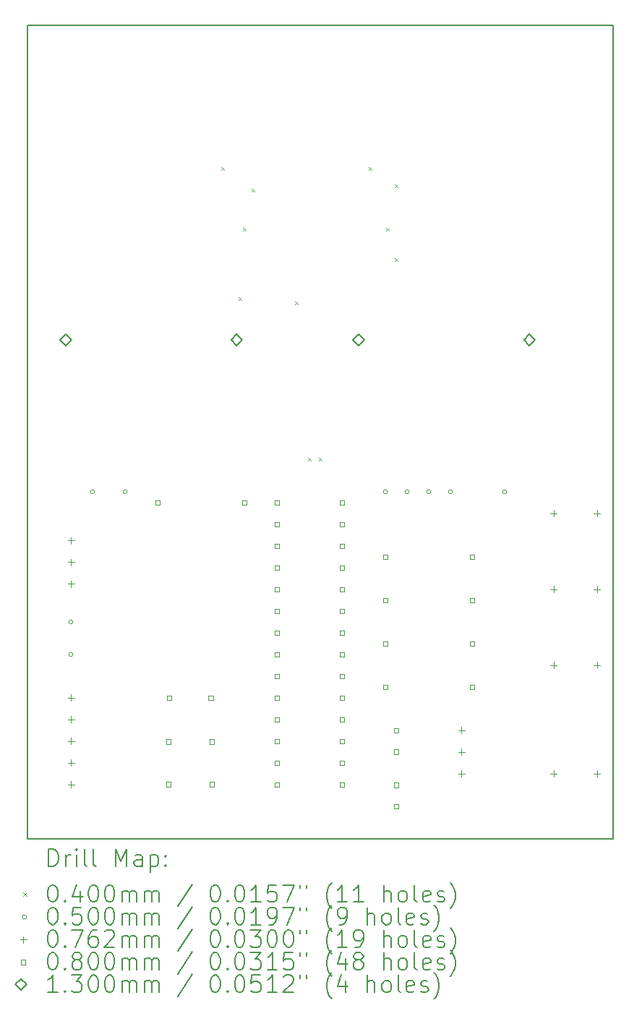
<source format=gbr>
%TF.GenerationSoftware,KiCad,Pcbnew,(6.0.7)*%
%TF.CreationDate,2022-08-10T19:12:16+02:00*%
%TF.ProjectId,MAKE_PCB,4d414b45-5f50-4434-922e-6b696361645f,rev?*%
%TF.SameCoordinates,Original*%
%TF.FileFunction,Drillmap*%
%TF.FilePolarity,Positive*%
%FSLAX45Y45*%
G04 Gerber Fmt 4.5, Leading zero omitted, Abs format (unit mm)*
G04 Created by KiCad (PCBNEW (6.0.7)) date 2022-08-10 19:12:16*
%MOMM*%
%LPD*%
G01*
G04 APERTURE LIST*
%ADD10C,0.200000*%
%ADD11C,0.040000*%
%ADD12C,0.050000*%
%ADD13C,0.076200*%
%ADD14C,0.080000*%
%ADD15C,0.130000*%
G04 APERTURE END LIST*
D10*
X2540000Y-18923000D02*
X9398000Y-18923000D01*
X9398000Y-18923000D02*
X9398000Y-9398000D01*
X9398000Y-9398000D02*
X2540000Y-9398000D01*
X2540000Y-9398000D02*
X2540000Y-18923000D01*
D11*
X4806000Y-11054400D02*
X4846000Y-11094400D01*
X4846000Y-11054400D02*
X4806000Y-11094400D01*
X5009200Y-12578400D02*
X5049200Y-12618400D01*
X5049200Y-12578400D02*
X5009200Y-12618400D01*
X5060000Y-11765600D02*
X5100000Y-11805600D01*
X5100000Y-11765600D02*
X5060000Y-11805600D01*
X5161600Y-11308400D02*
X5201600Y-11348400D01*
X5201600Y-11308400D02*
X5161600Y-11348400D01*
X5669600Y-12629200D02*
X5709600Y-12669200D01*
X5709600Y-12629200D02*
X5669600Y-12669200D01*
X5822000Y-14458000D02*
X5862000Y-14498000D01*
X5862000Y-14458000D02*
X5822000Y-14498000D01*
X5949000Y-14458000D02*
X5989000Y-14498000D01*
X5989000Y-14458000D02*
X5949000Y-14498000D01*
X6533200Y-11054400D02*
X6573200Y-11094400D01*
X6573200Y-11054400D02*
X6533200Y-11094400D01*
X6736400Y-11765600D02*
X6776400Y-11805600D01*
X6776400Y-11765600D02*
X6736400Y-11805600D01*
X6838000Y-11257600D02*
X6878000Y-11297600D01*
X6878000Y-11257600D02*
X6838000Y-11297600D01*
X6838000Y-12121200D02*
X6878000Y-12161200D01*
X6878000Y-12121200D02*
X6838000Y-12161200D01*
D12*
X3073000Y-16383000D02*
G75*
G03*
X3073000Y-16383000I-25000J0D01*
G01*
X3073000Y-16764000D02*
G75*
G03*
X3073000Y-16764000I-25000J0D01*
G01*
X3327000Y-14859000D02*
G75*
G03*
X3327000Y-14859000I-25000J0D01*
G01*
X3708000Y-14859000D02*
G75*
G03*
X3708000Y-14859000I-25000J0D01*
G01*
X6756000Y-14859000D02*
G75*
G03*
X6756000Y-14859000I-25000J0D01*
G01*
X7010000Y-14859000D02*
G75*
G03*
X7010000Y-14859000I-25000J0D01*
G01*
X7264000Y-14859000D02*
G75*
G03*
X7264000Y-14859000I-25000J0D01*
G01*
X7518000Y-14859000D02*
G75*
G03*
X7518000Y-14859000I-25000J0D01*
G01*
X8153000Y-14859000D02*
G75*
G03*
X8153000Y-14859000I-25000J0D01*
G01*
D13*
X3048000Y-15392400D02*
X3048000Y-15468600D01*
X3009900Y-15430500D02*
X3086100Y-15430500D01*
X3048000Y-15646400D02*
X3048000Y-15722600D01*
X3009900Y-15684500D02*
X3086100Y-15684500D01*
X3048000Y-15900400D02*
X3048000Y-15976600D01*
X3009900Y-15938500D02*
X3086100Y-15938500D01*
X3048000Y-17233900D02*
X3048000Y-17310100D01*
X3009900Y-17272000D02*
X3086100Y-17272000D01*
X3048000Y-17487900D02*
X3048000Y-17564100D01*
X3009900Y-17526000D02*
X3086100Y-17526000D01*
X3048000Y-17741900D02*
X3048000Y-17818100D01*
X3009900Y-17780000D02*
X3086100Y-17780000D01*
X3048000Y-17995900D02*
X3048000Y-18072100D01*
X3009900Y-18034000D02*
X3086100Y-18034000D01*
X3048000Y-18249900D02*
X3048000Y-18326100D01*
X3009900Y-18288000D02*
X3086100Y-18288000D01*
X7620000Y-17614900D02*
X7620000Y-17691100D01*
X7581900Y-17653000D02*
X7658100Y-17653000D01*
X7620000Y-17868900D02*
X7620000Y-17945100D01*
X7581900Y-17907000D02*
X7658100Y-17907000D01*
X7620000Y-18122900D02*
X7620000Y-18199100D01*
X7581900Y-18161000D02*
X7658100Y-18161000D01*
X8699500Y-15074900D02*
X8699500Y-15151100D01*
X8661400Y-15113000D02*
X8737600Y-15113000D01*
X8699500Y-15963900D02*
X8699500Y-16040100D01*
X8661400Y-16002000D02*
X8737600Y-16002000D01*
X8699500Y-16852900D02*
X8699500Y-16929100D01*
X8661400Y-16891000D02*
X8737600Y-16891000D01*
X8699500Y-18122900D02*
X8699500Y-18199100D01*
X8661400Y-18161000D02*
X8737600Y-18161000D01*
X9207500Y-15074900D02*
X9207500Y-15151100D01*
X9169400Y-15113000D02*
X9245600Y-15113000D01*
X9207500Y-15963900D02*
X9207500Y-16040100D01*
X9169400Y-16002000D02*
X9245600Y-16002000D01*
X9207500Y-16852900D02*
X9207500Y-16929100D01*
X9169400Y-16891000D02*
X9245600Y-16891000D01*
X9207500Y-18122900D02*
X9207500Y-18199100D01*
X9169400Y-18161000D02*
X9245600Y-18161000D01*
D14*
X4092284Y-15014284D02*
X4092284Y-14957715D01*
X4035715Y-14957715D01*
X4035715Y-15014284D01*
X4092284Y-15014284D01*
X4219285Y-17812285D02*
X4219285Y-17755716D01*
X4162715Y-17755716D01*
X4162715Y-17812285D01*
X4219285Y-17812285D01*
X4219285Y-18312285D02*
X4219285Y-18255716D01*
X4162715Y-18255716D01*
X4162715Y-18312285D01*
X4219285Y-18312285D01*
X4228285Y-17300285D02*
X4228285Y-17243716D01*
X4171715Y-17243716D01*
X4171715Y-17300285D01*
X4228285Y-17300285D01*
X4716285Y-17300285D02*
X4716285Y-17243716D01*
X4659716Y-17243716D01*
X4659716Y-17300285D01*
X4716285Y-17300285D01*
X4727285Y-17812285D02*
X4727285Y-17755716D01*
X4670716Y-17755716D01*
X4670716Y-17812285D01*
X4727285Y-17812285D01*
X4727285Y-18312285D02*
X4727285Y-18255716D01*
X4670716Y-18255716D01*
X4670716Y-18312285D01*
X4727285Y-18312285D01*
X5108285Y-15014284D02*
X5108285Y-14957715D01*
X5051716Y-14957715D01*
X5051716Y-15014284D01*
X5108285Y-15014284D01*
X5490285Y-15015284D02*
X5490285Y-14958715D01*
X5433716Y-14958715D01*
X5433716Y-15015284D01*
X5490285Y-15015284D01*
X5490285Y-15269284D02*
X5490285Y-15212715D01*
X5433716Y-15212715D01*
X5433716Y-15269284D01*
X5490285Y-15269284D01*
X5490285Y-15523284D02*
X5490285Y-15466715D01*
X5433716Y-15466715D01*
X5433716Y-15523284D01*
X5490285Y-15523284D01*
X5490285Y-15777284D02*
X5490285Y-15720715D01*
X5433716Y-15720715D01*
X5433716Y-15777284D01*
X5490285Y-15777284D01*
X5490285Y-16031284D02*
X5490285Y-15974715D01*
X5433716Y-15974715D01*
X5433716Y-16031284D01*
X5490285Y-16031284D01*
X5490285Y-16285284D02*
X5490285Y-16228715D01*
X5433716Y-16228715D01*
X5433716Y-16285284D01*
X5490285Y-16285284D01*
X5490285Y-16539284D02*
X5490285Y-16482715D01*
X5433716Y-16482715D01*
X5433716Y-16539284D01*
X5490285Y-16539284D01*
X5490285Y-16793285D02*
X5490285Y-16736715D01*
X5433716Y-16736715D01*
X5433716Y-16793285D01*
X5490285Y-16793285D01*
X5490285Y-17047285D02*
X5490285Y-16990716D01*
X5433716Y-16990716D01*
X5433716Y-17047285D01*
X5490285Y-17047285D01*
X5490285Y-17301285D02*
X5490285Y-17244716D01*
X5433716Y-17244716D01*
X5433716Y-17301285D01*
X5490285Y-17301285D01*
X5490285Y-17555285D02*
X5490285Y-17498716D01*
X5433716Y-17498716D01*
X5433716Y-17555285D01*
X5490285Y-17555285D01*
X5490285Y-17809285D02*
X5490285Y-17752716D01*
X5433716Y-17752716D01*
X5433716Y-17809285D01*
X5490285Y-17809285D01*
X5490285Y-18063285D02*
X5490285Y-18006716D01*
X5433716Y-18006716D01*
X5433716Y-18063285D01*
X5490285Y-18063285D01*
X5490285Y-18317285D02*
X5490285Y-18260716D01*
X5433716Y-18260716D01*
X5433716Y-18317285D01*
X5490285Y-18317285D01*
X6252284Y-15015284D02*
X6252284Y-14958715D01*
X6195715Y-14958715D01*
X6195715Y-15015284D01*
X6252284Y-15015284D01*
X6252284Y-15269284D02*
X6252284Y-15212715D01*
X6195715Y-15212715D01*
X6195715Y-15269284D01*
X6252284Y-15269284D01*
X6252284Y-15523284D02*
X6252284Y-15466715D01*
X6195715Y-15466715D01*
X6195715Y-15523284D01*
X6252284Y-15523284D01*
X6252284Y-15777284D02*
X6252284Y-15720715D01*
X6195715Y-15720715D01*
X6195715Y-15777284D01*
X6252284Y-15777284D01*
X6252284Y-16031284D02*
X6252284Y-15974715D01*
X6195715Y-15974715D01*
X6195715Y-16031284D01*
X6252284Y-16031284D01*
X6252284Y-16285284D02*
X6252284Y-16228715D01*
X6195715Y-16228715D01*
X6195715Y-16285284D01*
X6252284Y-16285284D01*
X6252284Y-16539284D02*
X6252284Y-16482715D01*
X6195715Y-16482715D01*
X6195715Y-16539284D01*
X6252284Y-16539284D01*
X6252284Y-16793285D02*
X6252284Y-16736715D01*
X6195715Y-16736715D01*
X6195715Y-16793285D01*
X6252284Y-16793285D01*
X6252284Y-17047285D02*
X6252284Y-16990716D01*
X6195715Y-16990716D01*
X6195715Y-17047285D01*
X6252284Y-17047285D01*
X6252284Y-17301285D02*
X6252284Y-17244716D01*
X6195715Y-17244716D01*
X6195715Y-17301285D01*
X6252284Y-17301285D01*
X6252284Y-17555285D02*
X6252284Y-17498716D01*
X6195715Y-17498716D01*
X6195715Y-17555285D01*
X6252284Y-17555285D01*
X6252284Y-17809285D02*
X6252284Y-17752716D01*
X6195715Y-17752716D01*
X6195715Y-17809285D01*
X6252284Y-17809285D01*
X6252284Y-18063285D02*
X6252284Y-18006716D01*
X6195715Y-18006716D01*
X6195715Y-18063285D01*
X6252284Y-18063285D01*
X6252284Y-18317285D02*
X6252284Y-18260716D01*
X6195715Y-18260716D01*
X6195715Y-18317285D01*
X6252284Y-18317285D01*
X6759284Y-15649284D02*
X6759284Y-15592715D01*
X6702715Y-15592715D01*
X6702715Y-15649284D01*
X6759284Y-15649284D01*
X6759284Y-16157284D02*
X6759284Y-16100715D01*
X6702715Y-16100715D01*
X6702715Y-16157284D01*
X6759284Y-16157284D01*
X6759284Y-16665284D02*
X6759284Y-16608715D01*
X6702715Y-16608715D01*
X6702715Y-16665284D01*
X6759284Y-16665284D01*
X6759284Y-17173285D02*
X6759284Y-17116716D01*
X6702715Y-17116716D01*
X6702715Y-17173285D01*
X6759284Y-17173285D01*
X6886284Y-17681285D02*
X6886284Y-17624716D01*
X6829715Y-17624716D01*
X6829715Y-17681285D01*
X6886284Y-17681285D01*
X6886284Y-17931285D02*
X6886284Y-17874716D01*
X6829715Y-17874716D01*
X6829715Y-17931285D01*
X6886284Y-17931285D01*
X6886284Y-18320285D02*
X6886284Y-18263716D01*
X6829715Y-18263716D01*
X6829715Y-18320285D01*
X6886284Y-18320285D01*
X6886284Y-18570285D02*
X6886284Y-18513716D01*
X6829715Y-18513716D01*
X6829715Y-18570285D01*
X6886284Y-18570285D01*
X7775284Y-15649284D02*
X7775284Y-15592715D01*
X7718715Y-15592715D01*
X7718715Y-15649284D01*
X7775284Y-15649284D01*
X7775284Y-16157284D02*
X7775284Y-16100715D01*
X7718715Y-16100715D01*
X7718715Y-16157284D01*
X7775284Y-16157284D01*
X7775284Y-16665284D02*
X7775284Y-16608715D01*
X7718715Y-16608715D01*
X7718715Y-16665284D01*
X7775284Y-16665284D01*
X7775284Y-17173285D02*
X7775284Y-17116716D01*
X7718715Y-17116716D01*
X7718715Y-17173285D01*
X7775284Y-17173285D01*
D15*
X2989091Y-13146000D02*
X3054091Y-13081000D01*
X2989091Y-13016000D01*
X2924091Y-13081000D01*
X2989091Y-13146000D01*
X4989091Y-13146000D02*
X5054091Y-13081000D01*
X4989091Y-13016000D01*
X4924091Y-13081000D01*
X4989091Y-13146000D01*
X6418091Y-13146000D02*
X6483091Y-13081000D01*
X6418091Y-13016000D01*
X6353091Y-13081000D01*
X6418091Y-13146000D01*
X8418091Y-13146000D02*
X8483091Y-13081000D01*
X8418091Y-13016000D01*
X8353091Y-13081000D01*
X8418091Y-13146000D01*
D10*
X2787619Y-19243476D02*
X2787619Y-19043476D01*
X2835238Y-19043476D01*
X2863809Y-19053000D01*
X2882857Y-19072048D01*
X2892381Y-19091095D01*
X2901905Y-19129190D01*
X2901905Y-19157762D01*
X2892381Y-19195857D01*
X2882857Y-19214905D01*
X2863809Y-19233952D01*
X2835238Y-19243476D01*
X2787619Y-19243476D01*
X2987619Y-19243476D02*
X2987619Y-19110143D01*
X2987619Y-19148238D02*
X2997143Y-19129190D01*
X3006667Y-19119667D01*
X3025714Y-19110143D01*
X3044762Y-19110143D01*
X3111428Y-19243476D02*
X3111428Y-19110143D01*
X3111428Y-19043476D02*
X3101905Y-19053000D01*
X3111428Y-19062524D01*
X3120952Y-19053000D01*
X3111428Y-19043476D01*
X3111428Y-19062524D01*
X3235238Y-19243476D02*
X3216190Y-19233952D01*
X3206667Y-19214905D01*
X3206667Y-19043476D01*
X3340000Y-19243476D02*
X3320952Y-19233952D01*
X3311428Y-19214905D01*
X3311428Y-19043476D01*
X3568571Y-19243476D02*
X3568571Y-19043476D01*
X3635238Y-19186333D01*
X3701905Y-19043476D01*
X3701905Y-19243476D01*
X3882857Y-19243476D02*
X3882857Y-19138714D01*
X3873333Y-19119667D01*
X3854286Y-19110143D01*
X3816190Y-19110143D01*
X3797143Y-19119667D01*
X3882857Y-19233952D02*
X3863809Y-19243476D01*
X3816190Y-19243476D01*
X3797143Y-19233952D01*
X3787619Y-19214905D01*
X3787619Y-19195857D01*
X3797143Y-19176810D01*
X3816190Y-19167286D01*
X3863809Y-19167286D01*
X3882857Y-19157762D01*
X3978095Y-19110143D02*
X3978095Y-19310143D01*
X3978095Y-19119667D02*
X3997143Y-19110143D01*
X4035238Y-19110143D01*
X4054286Y-19119667D01*
X4063809Y-19129190D01*
X4073333Y-19148238D01*
X4073333Y-19205381D01*
X4063809Y-19224429D01*
X4054286Y-19233952D01*
X4035238Y-19243476D01*
X3997143Y-19243476D01*
X3978095Y-19233952D01*
X4159048Y-19224429D02*
X4168571Y-19233952D01*
X4159048Y-19243476D01*
X4149524Y-19233952D01*
X4159048Y-19224429D01*
X4159048Y-19243476D01*
X4159048Y-19119667D02*
X4168571Y-19129190D01*
X4159048Y-19138714D01*
X4149524Y-19129190D01*
X4159048Y-19119667D01*
X4159048Y-19138714D01*
D11*
X2490000Y-19553000D02*
X2530000Y-19593000D01*
X2530000Y-19553000D02*
X2490000Y-19593000D01*
D10*
X2825714Y-19463476D02*
X2844762Y-19463476D01*
X2863809Y-19473000D01*
X2873333Y-19482524D01*
X2882857Y-19501571D01*
X2892381Y-19539667D01*
X2892381Y-19587286D01*
X2882857Y-19625381D01*
X2873333Y-19644429D01*
X2863809Y-19653952D01*
X2844762Y-19663476D01*
X2825714Y-19663476D01*
X2806667Y-19653952D01*
X2797143Y-19644429D01*
X2787619Y-19625381D01*
X2778095Y-19587286D01*
X2778095Y-19539667D01*
X2787619Y-19501571D01*
X2797143Y-19482524D01*
X2806667Y-19473000D01*
X2825714Y-19463476D01*
X2978095Y-19644429D02*
X2987619Y-19653952D01*
X2978095Y-19663476D01*
X2968571Y-19653952D01*
X2978095Y-19644429D01*
X2978095Y-19663476D01*
X3159048Y-19530143D02*
X3159048Y-19663476D01*
X3111428Y-19453952D02*
X3063809Y-19596810D01*
X3187619Y-19596810D01*
X3301905Y-19463476D02*
X3320952Y-19463476D01*
X3340000Y-19473000D01*
X3349524Y-19482524D01*
X3359048Y-19501571D01*
X3368571Y-19539667D01*
X3368571Y-19587286D01*
X3359048Y-19625381D01*
X3349524Y-19644429D01*
X3340000Y-19653952D01*
X3320952Y-19663476D01*
X3301905Y-19663476D01*
X3282857Y-19653952D01*
X3273333Y-19644429D01*
X3263809Y-19625381D01*
X3254286Y-19587286D01*
X3254286Y-19539667D01*
X3263809Y-19501571D01*
X3273333Y-19482524D01*
X3282857Y-19473000D01*
X3301905Y-19463476D01*
X3492381Y-19463476D02*
X3511428Y-19463476D01*
X3530476Y-19473000D01*
X3540000Y-19482524D01*
X3549524Y-19501571D01*
X3559048Y-19539667D01*
X3559048Y-19587286D01*
X3549524Y-19625381D01*
X3540000Y-19644429D01*
X3530476Y-19653952D01*
X3511428Y-19663476D01*
X3492381Y-19663476D01*
X3473333Y-19653952D01*
X3463809Y-19644429D01*
X3454286Y-19625381D01*
X3444762Y-19587286D01*
X3444762Y-19539667D01*
X3454286Y-19501571D01*
X3463809Y-19482524D01*
X3473333Y-19473000D01*
X3492381Y-19463476D01*
X3644762Y-19663476D02*
X3644762Y-19530143D01*
X3644762Y-19549190D02*
X3654286Y-19539667D01*
X3673333Y-19530143D01*
X3701905Y-19530143D01*
X3720952Y-19539667D01*
X3730476Y-19558714D01*
X3730476Y-19663476D01*
X3730476Y-19558714D02*
X3740000Y-19539667D01*
X3759048Y-19530143D01*
X3787619Y-19530143D01*
X3806667Y-19539667D01*
X3816190Y-19558714D01*
X3816190Y-19663476D01*
X3911428Y-19663476D02*
X3911428Y-19530143D01*
X3911428Y-19549190D02*
X3920952Y-19539667D01*
X3940000Y-19530143D01*
X3968571Y-19530143D01*
X3987619Y-19539667D01*
X3997143Y-19558714D01*
X3997143Y-19663476D01*
X3997143Y-19558714D02*
X4006667Y-19539667D01*
X4025714Y-19530143D01*
X4054286Y-19530143D01*
X4073333Y-19539667D01*
X4082857Y-19558714D01*
X4082857Y-19663476D01*
X4473333Y-19453952D02*
X4301905Y-19711095D01*
X4730476Y-19463476D02*
X4749524Y-19463476D01*
X4768571Y-19473000D01*
X4778095Y-19482524D01*
X4787619Y-19501571D01*
X4797143Y-19539667D01*
X4797143Y-19587286D01*
X4787619Y-19625381D01*
X4778095Y-19644429D01*
X4768571Y-19653952D01*
X4749524Y-19663476D01*
X4730476Y-19663476D01*
X4711429Y-19653952D01*
X4701905Y-19644429D01*
X4692381Y-19625381D01*
X4682857Y-19587286D01*
X4682857Y-19539667D01*
X4692381Y-19501571D01*
X4701905Y-19482524D01*
X4711429Y-19473000D01*
X4730476Y-19463476D01*
X4882857Y-19644429D02*
X4892381Y-19653952D01*
X4882857Y-19663476D01*
X4873333Y-19653952D01*
X4882857Y-19644429D01*
X4882857Y-19663476D01*
X5016190Y-19463476D02*
X5035238Y-19463476D01*
X5054286Y-19473000D01*
X5063810Y-19482524D01*
X5073333Y-19501571D01*
X5082857Y-19539667D01*
X5082857Y-19587286D01*
X5073333Y-19625381D01*
X5063810Y-19644429D01*
X5054286Y-19653952D01*
X5035238Y-19663476D01*
X5016190Y-19663476D01*
X4997143Y-19653952D01*
X4987619Y-19644429D01*
X4978095Y-19625381D01*
X4968571Y-19587286D01*
X4968571Y-19539667D01*
X4978095Y-19501571D01*
X4987619Y-19482524D01*
X4997143Y-19473000D01*
X5016190Y-19463476D01*
X5273333Y-19663476D02*
X5159048Y-19663476D01*
X5216190Y-19663476D02*
X5216190Y-19463476D01*
X5197143Y-19492048D01*
X5178095Y-19511095D01*
X5159048Y-19520619D01*
X5454286Y-19463476D02*
X5359048Y-19463476D01*
X5349524Y-19558714D01*
X5359048Y-19549190D01*
X5378095Y-19539667D01*
X5425714Y-19539667D01*
X5444762Y-19549190D01*
X5454286Y-19558714D01*
X5463810Y-19577762D01*
X5463810Y-19625381D01*
X5454286Y-19644429D01*
X5444762Y-19653952D01*
X5425714Y-19663476D01*
X5378095Y-19663476D01*
X5359048Y-19653952D01*
X5349524Y-19644429D01*
X5530476Y-19463476D02*
X5663809Y-19463476D01*
X5578095Y-19663476D01*
X5730476Y-19463476D02*
X5730476Y-19501571D01*
X5806667Y-19463476D02*
X5806667Y-19501571D01*
X6101905Y-19739667D02*
X6092381Y-19730143D01*
X6073333Y-19701571D01*
X6063809Y-19682524D01*
X6054286Y-19653952D01*
X6044762Y-19606333D01*
X6044762Y-19568238D01*
X6054286Y-19520619D01*
X6063809Y-19492048D01*
X6073333Y-19473000D01*
X6092381Y-19444429D01*
X6101905Y-19434905D01*
X6282857Y-19663476D02*
X6168571Y-19663476D01*
X6225714Y-19663476D02*
X6225714Y-19463476D01*
X6206667Y-19492048D01*
X6187619Y-19511095D01*
X6168571Y-19520619D01*
X6473333Y-19663476D02*
X6359048Y-19663476D01*
X6416190Y-19663476D02*
X6416190Y-19463476D01*
X6397143Y-19492048D01*
X6378095Y-19511095D01*
X6359048Y-19520619D01*
X6711428Y-19663476D02*
X6711428Y-19463476D01*
X6797143Y-19663476D02*
X6797143Y-19558714D01*
X6787619Y-19539667D01*
X6768571Y-19530143D01*
X6740000Y-19530143D01*
X6720952Y-19539667D01*
X6711428Y-19549190D01*
X6920952Y-19663476D02*
X6901905Y-19653952D01*
X6892381Y-19644429D01*
X6882857Y-19625381D01*
X6882857Y-19568238D01*
X6892381Y-19549190D01*
X6901905Y-19539667D01*
X6920952Y-19530143D01*
X6949524Y-19530143D01*
X6968571Y-19539667D01*
X6978095Y-19549190D01*
X6987619Y-19568238D01*
X6987619Y-19625381D01*
X6978095Y-19644429D01*
X6968571Y-19653952D01*
X6949524Y-19663476D01*
X6920952Y-19663476D01*
X7101905Y-19663476D02*
X7082857Y-19653952D01*
X7073333Y-19634905D01*
X7073333Y-19463476D01*
X7254286Y-19653952D02*
X7235238Y-19663476D01*
X7197143Y-19663476D01*
X7178095Y-19653952D01*
X7168571Y-19634905D01*
X7168571Y-19558714D01*
X7178095Y-19539667D01*
X7197143Y-19530143D01*
X7235238Y-19530143D01*
X7254286Y-19539667D01*
X7263809Y-19558714D01*
X7263809Y-19577762D01*
X7168571Y-19596810D01*
X7340000Y-19653952D02*
X7359048Y-19663476D01*
X7397143Y-19663476D01*
X7416190Y-19653952D01*
X7425714Y-19634905D01*
X7425714Y-19625381D01*
X7416190Y-19606333D01*
X7397143Y-19596810D01*
X7368571Y-19596810D01*
X7349524Y-19587286D01*
X7340000Y-19568238D01*
X7340000Y-19558714D01*
X7349524Y-19539667D01*
X7368571Y-19530143D01*
X7397143Y-19530143D01*
X7416190Y-19539667D01*
X7492381Y-19739667D02*
X7501905Y-19730143D01*
X7520952Y-19701571D01*
X7530476Y-19682524D01*
X7540000Y-19653952D01*
X7549524Y-19606333D01*
X7549524Y-19568238D01*
X7540000Y-19520619D01*
X7530476Y-19492048D01*
X7520952Y-19473000D01*
X7501905Y-19444429D01*
X7492381Y-19434905D01*
D12*
X2530000Y-19837000D02*
G75*
G03*
X2530000Y-19837000I-25000J0D01*
G01*
D10*
X2825714Y-19727476D02*
X2844762Y-19727476D01*
X2863809Y-19737000D01*
X2873333Y-19746524D01*
X2882857Y-19765571D01*
X2892381Y-19803667D01*
X2892381Y-19851286D01*
X2882857Y-19889381D01*
X2873333Y-19908429D01*
X2863809Y-19917952D01*
X2844762Y-19927476D01*
X2825714Y-19927476D01*
X2806667Y-19917952D01*
X2797143Y-19908429D01*
X2787619Y-19889381D01*
X2778095Y-19851286D01*
X2778095Y-19803667D01*
X2787619Y-19765571D01*
X2797143Y-19746524D01*
X2806667Y-19737000D01*
X2825714Y-19727476D01*
X2978095Y-19908429D02*
X2987619Y-19917952D01*
X2978095Y-19927476D01*
X2968571Y-19917952D01*
X2978095Y-19908429D01*
X2978095Y-19927476D01*
X3168571Y-19727476D02*
X3073333Y-19727476D01*
X3063809Y-19822714D01*
X3073333Y-19813190D01*
X3092381Y-19803667D01*
X3140000Y-19803667D01*
X3159048Y-19813190D01*
X3168571Y-19822714D01*
X3178095Y-19841762D01*
X3178095Y-19889381D01*
X3168571Y-19908429D01*
X3159048Y-19917952D01*
X3140000Y-19927476D01*
X3092381Y-19927476D01*
X3073333Y-19917952D01*
X3063809Y-19908429D01*
X3301905Y-19727476D02*
X3320952Y-19727476D01*
X3340000Y-19737000D01*
X3349524Y-19746524D01*
X3359048Y-19765571D01*
X3368571Y-19803667D01*
X3368571Y-19851286D01*
X3359048Y-19889381D01*
X3349524Y-19908429D01*
X3340000Y-19917952D01*
X3320952Y-19927476D01*
X3301905Y-19927476D01*
X3282857Y-19917952D01*
X3273333Y-19908429D01*
X3263809Y-19889381D01*
X3254286Y-19851286D01*
X3254286Y-19803667D01*
X3263809Y-19765571D01*
X3273333Y-19746524D01*
X3282857Y-19737000D01*
X3301905Y-19727476D01*
X3492381Y-19727476D02*
X3511428Y-19727476D01*
X3530476Y-19737000D01*
X3540000Y-19746524D01*
X3549524Y-19765571D01*
X3559048Y-19803667D01*
X3559048Y-19851286D01*
X3549524Y-19889381D01*
X3540000Y-19908429D01*
X3530476Y-19917952D01*
X3511428Y-19927476D01*
X3492381Y-19927476D01*
X3473333Y-19917952D01*
X3463809Y-19908429D01*
X3454286Y-19889381D01*
X3444762Y-19851286D01*
X3444762Y-19803667D01*
X3454286Y-19765571D01*
X3463809Y-19746524D01*
X3473333Y-19737000D01*
X3492381Y-19727476D01*
X3644762Y-19927476D02*
X3644762Y-19794143D01*
X3644762Y-19813190D02*
X3654286Y-19803667D01*
X3673333Y-19794143D01*
X3701905Y-19794143D01*
X3720952Y-19803667D01*
X3730476Y-19822714D01*
X3730476Y-19927476D01*
X3730476Y-19822714D02*
X3740000Y-19803667D01*
X3759048Y-19794143D01*
X3787619Y-19794143D01*
X3806667Y-19803667D01*
X3816190Y-19822714D01*
X3816190Y-19927476D01*
X3911428Y-19927476D02*
X3911428Y-19794143D01*
X3911428Y-19813190D02*
X3920952Y-19803667D01*
X3940000Y-19794143D01*
X3968571Y-19794143D01*
X3987619Y-19803667D01*
X3997143Y-19822714D01*
X3997143Y-19927476D01*
X3997143Y-19822714D02*
X4006667Y-19803667D01*
X4025714Y-19794143D01*
X4054286Y-19794143D01*
X4073333Y-19803667D01*
X4082857Y-19822714D01*
X4082857Y-19927476D01*
X4473333Y-19717952D02*
X4301905Y-19975095D01*
X4730476Y-19727476D02*
X4749524Y-19727476D01*
X4768571Y-19737000D01*
X4778095Y-19746524D01*
X4787619Y-19765571D01*
X4797143Y-19803667D01*
X4797143Y-19851286D01*
X4787619Y-19889381D01*
X4778095Y-19908429D01*
X4768571Y-19917952D01*
X4749524Y-19927476D01*
X4730476Y-19927476D01*
X4711429Y-19917952D01*
X4701905Y-19908429D01*
X4692381Y-19889381D01*
X4682857Y-19851286D01*
X4682857Y-19803667D01*
X4692381Y-19765571D01*
X4701905Y-19746524D01*
X4711429Y-19737000D01*
X4730476Y-19727476D01*
X4882857Y-19908429D02*
X4892381Y-19917952D01*
X4882857Y-19927476D01*
X4873333Y-19917952D01*
X4882857Y-19908429D01*
X4882857Y-19927476D01*
X5016190Y-19727476D02*
X5035238Y-19727476D01*
X5054286Y-19737000D01*
X5063810Y-19746524D01*
X5073333Y-19765571D01*
X5082857Y-19803667D01*
X5082857Y-19851286D01*
X5073333Y-19889381D01*
X5063810Y-19908429D01*
X5054286Y-19917952D01*
X5035238Y-19927476D01*
X5016190Y-19927476D01*
X4997143Y-19917952D01*
X4987619Y-19908429D01*
X4978095Y-19889381D01*
X4968571Y-19851286D01*
X4968571Y-19803667D01*
X4978095Y-19765571D01*
X4987619Y-19746524D01*
X4997143Y-19737000D01*
X5016190Y-19727476D01*
X5273333Y-19927476D02*
X5159048Y-19927476D01*
X5216190Y-19927476D02*
X5216190Y-19727476D01*
X5197143Y-19756048D01*
X5178095Y-19775095D01*
X5159048Y-19784619D01*
X5368571Y-19927476D02*
X5406667Y-19927476D01*
X5425714Y-19917952D01*
X5435238Y-19908429D01*
X5454286Y-19879857D01*
X5463810Y-19841762D01*
X5463810Y-19765571D01*
X5454286Y-19746524D01*
X5444762Y-19737000D01*
X5425714Y-19727476D01*
X5387619Y-19727476D01*
X5368571Y-19737000D01*
X5359048Y-19746524D01*
X5349524Y-19765571D01*
X5349524Y-19813190D01*
X5359048Y-19832238D01*
X5368571Y-19841762D01*
X5387619Y-19851286D01*
X5425714Y-19851286D01*
X5444762Y-19841762D01*
X5454286Y-19832238D01*
X5463810Y-19813190D01*
X5530476Y-19727476D02*
X5663809Y-19727476D01*
X5578095Y-19927476D01*
X5730476Y-19727476D02*
X5730476Y-19765571D01*
X5806667Y-19727476D02*
X5806667Y-19765571D01*
X6101905Y-20003667D02*
X6092381Y-19994143D01*
X6073333Y-19965571D01*
X6063809Y-19946524D01*
X6054286Y-19917952D01*
X6044762Y-19870333D01*
X6044762Y-19832238D01*
X6054286Y-19784619D01*
X6063809Y-19756048D01*
X6073333Y-19737000D01*
X6092381Y-19708429D01*
X6101905Y-19698905D01*
X6187619Y-19927476D02*
X6225714Y-19927476D01*
X6244762Y-19917952D01*
X6254286Y-19908429D01*
X6273333Y-19879857D01*
X6282857Y-19841762D01*
X6282857Y-19765571D01*
X6273333Y-19746524D01*
X6263809Y-19737000D01*
X6244762Y-19727476D01*
X6206667Y-19727476D01*
X6187619Y-19737000D01*
X6178095Y-19746524D01*
X6168571Y-19765571D01*
X6168571Y-19813190D01*
X6178095Y-19832238D01*
X6187619Y-19841762D01*
X6206667Y-19851286D01*
X6244762Y-19851286D01*
X6263809Y-19841762D01*
X6273333Y-19832238D01*
X6282857Y-19813190D01*
X6520952Y-19927476D02*
X6520952Y-19727476D01*
X6606667Y-19927476D02*
X6606667Y-19822714D01*
X6597143Y-19803667D01*
X6578095Y-19794143D01*
X6549524Y-19794143D01*
X6530476Y-19803667D01*
X6520952Y-19813190D01*
X6730476Y-19927476D02*
X6711428Y-19917952D01*
X6701905Y-19908429D01*
X6692381Y-19889381D01*
X6692381Y-19832238D01*
X6701905Y-19813190D01*
X6711428Y-19803667D01*
X6730476Y-19794143D01*
X6759048Y-19794143D01*
X6778095Y-19803667D01*
X6787619Y-19813190D01*
X6797143Y-19832238D01*
X6797143Y-19889381D01*
X6787619Y-19908429D01*
X6778095Y-19917952D01*
X6759048Y-19927476D01*
X6730476Y-19927476D01*
X6911428Y-19927476D02*
X6892381Y-19917952D01*
X6882857Y-19898905D01*
X6882857Y-19727476D01*
X7063809Y-19917952D02*
X7044762Y-19927476D01*
X7006667Y-19927476D01*
X6987619Y-19917952D01*
X6978095Y-19898905D01*
X6978095Y-19822714D01*
X6987619Y-19803667D01*
X7006667Y-19794143D01*
X7044762Y-19794143D01*
X7063809Y-19803667D01*
X7073333Y-19822714D01*
X7073333Y-19841762D01*
X6978095Y-19860810D01*
X7149524Y-19917952D02*
X7168571Y-19927476D01*
X7206667Y-19927476D01*
X7225714Y-19917952D01*
X7235238Y-19898905D01*
X7235238Y-19889381D01*
X7225714Y-19870333D01*
X7206667Y-19860810D01*
X7178095Y-19860810D01*
X7159048Y-19851286D01*
X7149524Y-19832238D01*
X7149524Y-19822714D01*
X7159048Y-19803667D01*
X7178095Y-19794143D01*
X7206667Y-19794143D01*
X7225714Y-19803667D01*
X7301905Y-20003667D02*
X7311428Y-19994143D01*
X7330476Y-19965571D01*
X7340000Y-19946524D01*
X7349524Y-19917952D01*
X7359048Y-19870333D01*
X7359048Y-19832238D01*
X7349524Y-19784619D01*
X7340000Y-19756048D01*
X7330476Y-19737000D01*
X7311428Y-19708429D01*
X7301905Y-19698905D01*
D13*
X2491900Y-20062900D02*
X2491900Y-20139100D01*
X2453800Y-20101000D02*
X2530000Y-20101000D01*
D10*
X2825714Y-19991476D02*
X2844762Y-19991476D01*
X2863809Y-20001000D01*
X2873333Y-20010524D01*
X2882857Y-20029571D01*
X2892381Y-20067667D01*
X2892381Y-20115286D01*
X2882857Y-20153381D01*
X2873333Y-20172429D01*
X2863809Y-20181952D01*
X2844762Y-20191476D01*
X2825714Y-20191476D01*
X2806667Y-20181952D01*
X2797143Y-20172429D01*
X2787619Y-20153381D01*
X2778095Y-20115286D01*
X2778095Y-20067667D01*
X2787619Y-20029571D01*
X2797143Y-20010524D01*
X2806667Y-20001000D01*
X2825714Y-19991476D01*
X2978095Y-20172429D02*
X2987619Y-20181952D01*
X2978095Y-20191476D01*
X2968571Y-20181952D01*
X2978095Y-20172429D01*
X2978095Y-20191476D01*
X3054286Y-19991476D02*
X3187619Y-19991476D01*
X3101905Y-20191476D01*
X3349524Y-19991476D02*
X3311428Y-19991476D01*
X3292381Y-20001000D01*
X3282857Y-20010524D01*
X3263809Y-20039095D01*
X3254286Y-20077190D01*
X3254286Y-20153381D01*
X3263809Y-20172429D01*
X3273333Y-20181952D01*
X3292381Y-20191476D01*
X3330476Y-20191476D01*
X3349524Y-20181952D01*
X3359048Y-20172429D01*
X3368571Y-20153381D01*
X3368571Y-20105762D01*
X3359048Y-20086714D01*
X3349524Y-20077190D01*
X3330476Y-20067667D01*
X3292381Y-20067667D01*
X3273333Y-20077190D01*
X3263809Y-20086714D01*
X3254286Y-20105762D01*
X3444762Y-20010524D02*
X3454286Y-20001000D01*
X3473333Y-19991476D01*
X3520952Y-19991476D01*
X3540000Y-20001000D01*
X3549524Y-20010524D01*
X3559048Y-20029571D01*
X3559048Y-20048619D01*
X3549524Y-20077190D01*
X3435238Y-20191476D01*
X3559048Y-20191476D01*
X3644762Y-20191476D02*
X3644762Y-20058143D01*
X3644762Y-20077190D02*
X3654286Y-20067667D01*
X3673333Y-20058143D01*
X3701905Y-20058143D01*
X3720952Y-20067667D01*
X3730476Y-20086714D01*
X3730476Y-20191476D01*
X3730476Y-20086714D02*
X3740000Y-20067667D01*
X3759048Y-20058143D01*
X3787619Y-20058143D01*
X3806667Y-20067667D01*
X3816190Y-20086714D01*
X3816190Y-20191476D01*
X3911428Y-20191476D02*
X3911428Y-20058143D01*
X3911428Y-20077190D02*
X3920952Y-20067667D01*
X3940000Y-20058143D01*
X3968571Y-20058143D01*
X3987619Y-20067667D01*
X3997143Y-20086714D01*
X3997143Y-20191476D01*
X3997143Y-20086714D02*
X4006667Y-20067667D01*
X4025714Y-20058143D01*
X4054286Y-20058143D01*
X4073333Y-20067667D01*
X4082857Y-20086714D01*
X4082857Y-20191476D01*
X4473333Y-19981952D02*
X4301905Y-20239095D01*
X4730476Y-19991476D02*
X4749524Y-19991476D01*
X4768571Y-20001000D01*
X4778095Y-20010524D01*
X4787619Y-20029571D01*
X4797143Y-20067667D01*
X4797143Y-20115286D01*
X4787619Y-20153381D01*
X4778095Y-20172429D01*
X4768571Y-20181952D01*
X4749524Y-20191476D01*
X4730476Y-20191476D01*
X4711429Y-20181952D01*
X4701905Y-20172429D01*
X4692381Y-20153381D01*
X4682857Y-20115286D01*
X4682857Y-20067667D01*
X4692381Y-20029571D01*
X4701905Y-20010524D01*
X4711429Y-20001000D01*
X4730476Y-19991476D01*
X4882857Y-20172429D02*
X4892381Y-20181952D01*
X4882857Y-20191476D01*
X4873333Y-20181952D01*
X4882857Y-20172429D01*
X4882857Y-20191476D01*
X5016190Y-19991476D02*
X5035238Y-19991476D01*
X5054286Y-20001000D01*
X5063810Y-20010524D01*
X5073333Y-20029571D01*
X5082857Y-20067667D01*
X5082857Y-20115286D01*
X5073333Y-20153381D01*
X5063810Y-20172429D01*
X5054286Y-20181952D01*
X5035238Y-20191476D01*
X5016190Y-20191476D01*
X4997143Y-20181952D01*
X4987619Y-20172429D01*
X4978095Y-20153381D01*
X4968571Y-20115286D01*
X4968571Y-20067667D01*
X4978095Y-20029571D01*
X4987619Y-20010524D01*
X4997143Y-20001000D01*
X5016190Y-19991476D01*
X5149524Y-19991476D02*
X5273333Y-19991476D01*
X5206667Y-20067667D01*
X5235238Y-20067667D01*
X5254286Y-20077190D01*
X5263810Y-20086714D01*
X5273333Y-20105762D01*
X5273333Y-20153381D01*
X5263810Y-20172429D01*
X5254286Y-20181952D01*
X5235238Y-20191476D01*
X5178095Y-20191476D01*
X5159048Y-20181952D01*
X5149524Y-20172429D01*
X5397143Y-19991476D02*
X5416190Y-19991476D01*
X5435238Y-20001000D01*
X5444762Y-20010524D01*
X5454286Y-20029571D01*
X5463810Y-20067667D01*
X5463810Y-20115286D01*
X5454286Y-20153381D01*
X5444762Y-20172429D01*
X5435238Y-20181952D01*
X5416190Y-20191476D01*
X5397143Y-20191476D01*
X5378095Y-20181952D01*
X5368571Y-20172429D01*
X5359048Y-20153381D01*
X5349524Y-20115286D01*
X5349524Y-20067667D01*
X5359048Y-20029571D01*
X5368571Y-20010524D01*
X5378095Y-20001000D01*
X5397143Y-19991476D01*
X5587619Y-19991476D02*
X5606667Y-19991476D01*
X5625714Y-20001000D01*
X5635238Y-20010524D01*
X5644762Y-20029571D01*
X5654286Y-20067667D01*
X5654286Y-20115286D01*
X5644762Y-20153381D01*
X5635238Y-20172429D01*
X5625714Y-20181952D01*
X5606667Y-20191476D01*
X5587619Y-20191476D01*
X5568571Y-20181952D01*
X5559048Y-20172429D01*
X5549524Y-20153381D01*
X5540000Y-20115286D01*
X5540000Y-20067667D01*
X5549524Y-20029571D01*
X5559048Y-20010524D01*
X5568571Y-20001000D01*
X5587619Y-19991476D01*
X5730476Y-19991476D02*
X5730476Y-20029571D01*
X5806667Y-19991476D02*
X5806667Y-20029571D01*
X6101905Y-20267667D02*
X6092381Y-20258143D01*
X6073333Y-20229571D01*
X6063809Y-20210524D01*
X6054286Y-20181952D01*
X6044762Y-20134333D01*
X6044762Y-20096238D01*
X6054286Y-20048619D01*
X6063809Y-20020048D01*
X6073333Y-20001000D01*
X6092381Y-19972429D01*
X6101905Y-19962905D01*
X6282857Y-20191476D02*
X6168571Y-20191476D01*
X6225714Y-20191476D02*
X6225714Y-19991476D01*
X6206667Y-20020048D01*
X6187619Y-20039095D01*
X6168571Y-20048619D01*
X6378095Y-20191476D02*
X6416190Y-20191476D01*
X6435238Y-20181952D01*
X6444762Y-20172429D01*
X6463809Y-20143857D01*
X6473333Y-20105762D01*
X6473333Y-20029571D01*
X6463809Y-20010524D01*
X6454286Y-20001000D01*
X6435238Y-19991476D01*
X6397143Y-19991476D01*
X6378095Y-20001000D01*
X6368571Y-20010524D01*
X6359048Y-20029571D01*
X6359048Y-20077190D01*
X6368571Y-20096238D01*
X6378095Y-20105762D01*
X6397143Y-20115286D01*
X6435238Y-20115286D01*
X6454286Y-20105762D01*
X6463809Y-20096238D01*
X6473333Y-20077190D01*
X6711428Y-20191476D02*
X6711428Y-19991476D01*
X6797143Y-20191476D02*
X6797143Y-20086714D01*
X6787619Y-20067667D01*
X6768571Y-20058143D01*
X6740000Y-20058143D01*
X6720952Y-20067667D01*
X6711428Y-20077190D01*
X6920952Y-20191476D02*
X6901905Y-20181952D01*
X6892381Y-20172429D01*
X6882857Y-20153381D01*
X6882857Y-20096238D01*
X6892381Y-20077190D01*
X6901905Y-20067667D01*
X6920952Y-20058143D01*
X6949524Y-20058143D01*
X6968571Y-20067667D01*
X6978095Y-20077190D01*
X6987619Y-20096238D01*
X6987619Y-20153381D01*
X6978095Y-20172429D01*
X6968571Y-20181952D01*
X6949524Y-20191476D01*
X6920952Y-20191476D01*
X7101905Y-20191476D02*
X7082857Y-20181952D01*
X7073333Y-20162905D01*
X7073333Y-19991476D01*
X7254286Y-20181952D02*
X7235238Y-20191476D01*
X7197143Y-20191476D01*
X7178095Y-20181952D01*
X7168571Y-20162905D01*
X7168571Y-20086714D01*
X7178095Y-20067667D01*
X7197143Y-20058143D01*
X7235238Y-20058143D01*
X7254286Y-20067667D01*
X7263809Y-20086714D01*
X7263809Y-20105762D01*
X7168571Y-20124810D01*
X7340000Y-20181952D02*
X7359048Y-20191476D01*
X7397143Y-20191476D01*
X7416190Y-20181952D01*
X7425714Y-20162905D01*
X7425714Y-20153381D01*
X7416190Y-20134333D01*
X7397143Y-20124810D01*
X7368571Y-20124810D01*
X7349524Y-20115286D01*
X7340000Y-20096238D01*
X7340000Y-20086714D01*
X7349524Y-20067667D01*
X7368571Y-20058143D01*
X7397143Y-20058143D01*
X7416190Y-20067667D01*
X7492381Y-20267667D02*
X7501905Y-20258143D01*
X7520952Y-20229571D01*
X7530476Y-20210524D01*
X7540000Y-20181952D01*
X7549524Y-20134333D01*
X7549524Y-20096238D01*
X7540000Y-20048619D01*
X7530476Y-20020048D01*
X7520952Y-20001000D01*
X7501905Y-19972429D01*
X7492381Y-19962905D01*
D14*
X2518285Y-20393285D02*
X2518285Y-20336716D01*
X2461716Y-20336716D01*
X2461716Y-20393285D01*
X2518285Y-20393285D01*
D10*
X2825714Y-20255476D02*
X2844762Y-20255476D01*
X2863809Y-20265000D01*
X2873333Y-20274524D01*
X2882857Y-20293571D01*
X2892381Y-20331667D01*
X2892381Y-20379286D01*
X2882857Y-20417381D01*
X2873333Y-20436429D01*
X2863809Y-20445952D01*
X2844762Y-20455476D01*
X2825714Y-20455476D01*
X2806667Y-20445952D01*
X2797143Y-20436429D01*
X2787619Y-20417381D01*
X2778095Y-20379286D01*
X2778095Y-20331667D01*
X2787619Y-20293571D01*
X2797143Y-20274524D01*
X2806667Y-20265000D01*
X2825714Y-20255476D01*
X2978095Y-20436429D02*
X2987619Y-20445952D01*
X2978095Y-20455476D01*
X2968571Y-20445952D01*
X2978095Y-20436429D01*
X2978095Y-20455476D01*
X3101905Y-20341190D02*
X3082857Y-20331667D01*
X3073333Y-20322143D01*
X3063809Y-20303095D01*
X3063809Y-20293571D01*
X3073333Y-20274524D01*
X3082857Y-20265000D01*
X3101905Y-20255476D01*
X3140000Y-20255476D01*
X3159048Y-20265000D01*
X3168571Y-20274524D01*
X3178095Y-20293571D01*
X3178095Y-20303095D01*
X3168571Y-20322143D01*
X3159048Y-20331667D01*
X3140000Y-20341190D01*
X3101905Y-20341190D01*
X3082857Y-20350714D01*
X3073333Y-20360238D01*
X3063809Y-20379286D01*
X3063809Y-20417381D01*
X3073333Y-20436429D01*
X3082857Y-20445952D01*
X3101905Y-20455476D01*
X3140000Y-20455476D01*
X3159048Y-20445952D01*
X3168571Y-20436429D01*
X3178095Y-20417381D01*
X3178095Y-20379286D01*
X3168571Y-20360238D01*
X3159048Y-20350714D01*
X3140000Y-20341190D01*
X3301905Y-20255476D02*
X3320952Y-20255476D01*
X3340000Y-20265000D01*
X3349524Y-20274524D01*
X3359048Y-20293571D01*
X3368571Y-20331667D01*
X3368571Y-20379286D01*
X3359048Y-20417381D01*
X3349524Y-20436429D01*
X3340000Y-20445952D01*
X3320952Y-20455476D01*
X3301905Y-20455476D01*
X3282857Y-20445952D01*
X3273333Y-20436429D01*
X3263809Y-20417381D01*
X3254286Y-20379286D01*
X3254286Y-20331667D01*
X3263809Y-20293571D01*
X3273333Y-20274524D01*
X3282857Y-20265000D01*
X3301905Y-20255476D01*
X3492381Y-20255476D02*
X3511428Y-20255476D01*
X3530476Y-20265000D01*
X3540000Y-20274524D01*
X3549524Y-20293571D01*
X3559048Y-20331667D01*
X3559048Y-20379286D01*
X3549524Y-20417381D01*
X3540000Y-20436429D01*
X3530476Y-20445952D01*
X3511428Y-20455476D01*
X3492381Y-20455476D01*
X3473333Y-20445952D01*
X3463809Y-20436429D01*
X3454286Y-20417381D01*
X3444762Y-20379286D01*
X3444762Y-20331667D01*
X3454286Y-20293571D01*
X3463809Y-20274524D01*
X3473333Y-20265000D01*
X3492381Y-20255476D01*
X3644762Y-20455476D02*
X3644762Y-20322143D01*
X3644762Y-20341190D02*
X3654286Y-20331667D01*
X3673333Y-20322143D01*
X3701905Y-20322143D01*
X3720952Y-20331667D01*
X3730476Y-20350714D01*
X3730476Y-20455476D01*
X3730476Y-20350714D02*
X3740000Y-20331667D01*
X3759048Y-20322143D01*
X3787619Y-20322143D01*
X3806667Y-20331667D01*
X3816190Y-20350714D01*
X3816190Y-20455476D01*
X3911428Y-20455476D02*
X3911428Y-20322143D01*
X3911428Y-20341190D02*
X3920952Y-20331667D01*
X3940000Y-20322143D01*
X3968571Y-20322143D01*
X3987619Y-20331667D01*
X3997143Y-20350714D01*
X3997143Y-20455476D01*
X3997143Y-20350714D02*
X4006667Y-20331667D01*
X4025714Y-20322143D01*
X4054286Y-20322143D01*
X4073333Y-20331667D01*
X4082857Y-20350714D01*
X4082857Y-20455476D01*
X4473333Y-20245952D02*
X4301905Y-20503095D01*
X4730476Y-20255476D02*
X4749524Y-20255476D01*
X4768571Y-20265000D01*
X4778095Y-20274524D01*
X4787619Y-20293571D01*
X4797143Y-20331667D01*
X4797143Y-20379286D01*
X4787619Y-20417381D01*
X4778095Y-20436429D01*
X4768571Y-20445952D01*
X4749524Y-20455476D01*
X4730476Y-20455476D01*
X4711429Y-20445952D01*
X4701905Y-20436429D01*
X4692381Y-20417381D01*
X4682857Y-20379286D01*
X4682857Y-20331667D01*
X4692381Y-20293571D01*
X4701905Y-20274524D01*
X4711429Y-20265000D01*
X4730476Y-20255476D01*
X4882857Y-20436429D02*
X4892381Y-20445952D01*
X4882857Y-20455476D01*
X4873333Y-20445952D01*
X4882857Y-20436429D01*
X4882857Y-20455476D01*
X5016190Y-20255476D02*
X5035238Y-20255476D01*
X5054286Y-20265000D01*
X5063810Y-20274524D01*
X5073333Y-20293571D01*
X5082857Y-20331667D01*
X5082857Y-20379286D01*
X5073333Y-20417381D01*
X5063810Y-20436429D01*
X5054286Y-20445952D01*
X5035238Y-20455476D01*
X5016190Y-20455476D01*
X4997143Y-20445952D01*
X4987619Y-20436429D01*
X4978095Y-20417381D01*
X4968571Y-20379286D01*
X4968571Y-20331667D01*
X4978095Y-20293571D01*
X4987619Y-20274524D01*
X4997143Y-20265000D01*
X5016190Y-20255476D01*
X5149524Y-20255476D02*
X5273333Y-20255476D01*
X5206667Y-20331667D01*
X5235238Y-20331667D01*
X5254286Y-20341190D01*
X5263810Y-20350714D01*
X5273333Y-20369762D01*
X5273333Y-20417381D01*
X5263810Y-20436429D01*
X5254286Y-20445952D01*
X5235238Y-20455476D01*
X5178095Y-20455476D01*
X5159048Y-20445952D01*
X5149524Y-20436429D01*
X5463810Y-20455476D02*
X5349524Y-20455476D01*
X5406667Y-20455476D02*
X5406667Y-20255476D01*
X5387619Y-20284048D01*
X5368571Y-20303095D01*
X5349524Y-20312619D01*
X5644762Y-20255476D02*
X5549524Y-20255476D01*
X5540000Y-20350714D01*
X5549524Y-20341190D01*
X5568571Y-20331667D01*
X5616190Y-20331667D01*
X5635238Y-20341190D01*
X5644762Y-20350714D01*
X5654286Y-20369762D01*
X5654286Y-20417381D01*
X5644762Y-20436429D01*
X5635238Y-20445952D01*
X5616190Y-20455476D01*
X5568571Y-20455476D01*
X5549524Y-20445952D01*
X5540000Y-20436429D01*
X5730476Y-20255476D02*
X5730476Y-20293571D01*
X5806667Y-20255476D02*
X5806667Y-20293571D01*
X6101905Y-20531667D02*
X6092381Y-20522143D01*
X6073333Y-20493571D01*
X6063809Y-20474524D01*
X6054286Y-20445952D01*
X6044762Y-20398333D01*
X6044762Y-20360238D01*
X6054286Y-20312619D01*
X6063809Y-20284048D01*
X6073333Y-20265000D01*
X6092381Y-20236429D01*
X6101905Y-20226905D01*
X6263809Y-20322143D02*
X6263809Y-20455476D01*
X6216190Y-20245952D02*
X6168571Y-20388810D01*
X6292381Y-20388810D01*
X6397143Y-20341190D02*
X6378095Y-20331667D01*
X6368571Y-20322143D01*
X6359048Y-20303095D01*
X6359048Y-20293571D01*
X6368571Y-20274524D01*
X6378095Y-20265000D01*
X6397143Y-20255476D01*
X6435238Y-20255476D01*
X6454286Y-20265000D01*
X6463809Y-20274524D01*
X6473333Y-20293571D01*
X6473333Y-20303095D01*
X6463809Y-20322143D01*
X6454286Y-20331667D01*
X6435238Y-20341190D01*
X6397143Y-20341190D01*
X6378095Y-20350714D01*
X6368571Y-20360238D01*
X6359048Y-20379286D01*
X6359048Y-20417381D01*
X6368571Y-20436429D01*
X6378095Y-20445952D01*
X6397143Y-20455476D01*
X6435238Y-20455476D01*
X6454286Y-20445952D01*
X6463809Y-20436429D01*
X6473333Y-20417381D01*
X6473333Y-20379286D01*
X6463809Y-20360238D01*
X6454286Y-20350714D01*
X6435238Y-20341190D01*
X6711428Y-20455476D02*
X6711428Y-20255476D01*
X6797143Y-20455476D02*
X6797143Y-20350714D01*
X6787619Y-20331667D01*
X6768571Y-20322143D01*
X6740000Y-20322143D01*
X6720952Y-20331667D01*
X6711428Y-20341190D01*
X6920952Y-20455476D02*
X6901905Y-20445952D01*
X6892381Y-20436429D01*
X6882857Y-20417381D01*
X6882857Y-20360238D01*
X6892381Y-20341190D01*
X6901905Y-20331667D01*
X6920952Y-20322143D01*
X6949524Y-20322143D01*
X6968571Y-20331667D01*
X6978095Y-20341190D01*
X6987619Y-20360238D01*
X6987619Y-20417381D01*
X6978095Y-20436429D01*
X6968571Y-20445952D01*
X6949524Y-20455476D01*
X6920952Y-20455476D01*
X7101905Y-20455476D02*
X7082857Y-20445952D01*
X7073333Y-20426905D01*
X7073333Y-20255476D01*
X7254286Y-20445952D02*
X7235238Y-20455476D01*
X7197143Y-20455476D01*
X7178095Y-20445952D01*
X7168571Y-20426905D01*
X7168571Y-20350714D01*
X7178095Y-20331667D01*
X7197143Y-20322143D01*
X7235238Y-20322143D01*
X7254286Y-20331667D01*
X7263809Y-20350714D01*
X7263809Y-20369762D01*
X7168571Y-20388810D01*
X7340000Y-20445952D02*
X7359048Y-20455476D01*
X7397143Y-20455476D01*
X7416190Y-20445952D01*
X7425714Y-20426905D01*
X7425714Y-20417381D01*
X7416190Y-20398333D01*
X7397143Y-20388810D01*
X7368571Y-20388810D01*
X7349524Y-20379286D01*
X7340000Y-20360238D01*
X7340000Y-20350714D01*
X7349524Y-20331667D01*
X7368571Y-20322143D01*
X7397143Y-20322143D01*
X7416190Y-20331667D01*
X7492381Y-20531667D02*
X7501905Y-20522143D01*
X7520952Y-20493571D01*
X7530476Y-20474524D01*
X7540000Y-20445952D01*
X7549524Y-20398333D01*
X7549524Y-20360238D01*
X7540000Y-20312619D01*
X7530476Y-20284048D01*
X7520952Y-20265000D01*
X7501905Y-20236429D01*
X7492381Y-20226905D01*
D15*
X2465000Y-20694000D02*
X2530000Y-20629000D01*
X2465000Y-20564000D01*
X2400000Y-20629000D01*
X2465000Y-20694000D01*
D10*
X2892381Y-20719476D02*
X2778095Y-20719476D01*
X2835238Y-20719476D02*
X2835238Y-20519476D01*
X2816190Y-20548048D01*
X2797143Y-20567095D01*
X2778095Y-20576619D01*
X2978095Y-20700429D02*
X2987619Y-20709952D01*
X2978095Y-20719476D01*
X2968571Y-20709952D01*
X2978095Y-20700429D01*
X2978095Y-20719476D01*
X3054286Y-20519476D02*
X3178095Y-20519476D01*
X3111428Y-20595667D01*
X3140000Y-20595667D01*
X3159048Y-20605190D01*
X3168571Y-20614714D01*
X3178095Y-20633762D01*
X3178095Y-20681381D01*
X3168571Y-20700429D01*
X3159048Y-20709952D01*
X3140000Y-20719476D01*
X3082857Y-20719476D01*
X3063809Y-20709952D01*
X3054286Y-20700429D01*
X3301905Y-20519476D02*
X3320952Y-20519476D01*
X3340000Y-20529000D01*
X3349524Y-20538524D01*
X3359048Y-20557571D01*
X3368571Y-20595667D01*
X3368571Y-20643286D01*
X3359048Y-20681381D01*
X3349524Y-20700429D01*
X3340000Y-20709952D01*
X3320952Y-20719476D01*
X3301905Y-20719476D01*
X3282857Y-20709952D01*
X3273333Y-20700429D01*
X3263809Y-20681381D01*
X3254286Y-20643286D01*
X3254286Y-20595667D01*
X3263809Y-20557571D01*
X3273333Y-20538524D01*
X3282857Y-20529000D01*
X3301905Y-20519476D01*
X3492381Y-20519476D02*
X3511428Y-20519476D01*
X3530476Y-20529000D01*
X3540000Y-20538524D01*
X3549524Y-20557571D01*
X3559048Y-20595667D01*
X3559048Y-20643286D01*
X3549524Y-20681381D01*
X3540000Y-20700429D01*
X3530476Y-20709952D01*
X3511428Y-20719476D01*
X3492381Y-20719476D01*
X3473333Y-20709952D01*
X3463809Y-20700429D01*
X3454286Y-20681381D01*
X3444762Y-20643286D01*
X3444762Y-20595667D01*
X3454286Y-20557571D01*
X3463809Y-20538524D01*
X3473333Y-20529000D01*
X3492381Y-20519476D01*
X3644762Y-20719476D02*
X3644762Y-20586143D01*
X3644762Y-20605190D02*
X3654286Y-20595667D01*
X3673333Y-20586143D01*
X3701905Y-20586143D01*
X3720952Y-20595667D01*
X3730476Y-20614714D01*
X3730476Y-20719476D01*
X3730476Y-20614714D02*
X3740000Y-20595667D01*
X3759048Y-20586143D01*
X3787619Y-20586143D01*
X3806667Y-20595667D01*
X3816190Y-20614714D01*
X3816190Y-20719476D01*
X3911428Y-20719476D02*
X3911428Y-20586143D01*
X3911428Y-20605190D02*
X3920952Y-20595667D01*
X3940000Y-20586143D01*
X3968571Y-20586143D01*
X3987619Y-20595667D01*
X3997143Y-20614714D01*
X3997143Y-20719476D01*
X3997143Y-20614714D02*
X4006667Y-20595667D01*
X4025714Y-20586143D01*
X4054286Y-20586143D01*
X4073333Y-20595667D01*
X4082857Y-20614714D01*
X4082857Y-20719476D01*
X4473333Y-20509952D02*
X4301905Y-20767095D01*
X4730476Y-20519476D02*
X4749524Y-20519476D01*
X4768571Y-20529000D01*
X4778095Y-20538524D01*
X4787619Y-20557571D01*
X4797143Y-20595667D01*
X4797143Y-20643286D01*
X4787619Y-20681381D01*
X4778095Y-20700429D01*
X4768571Y-20709952D01*
X4749524Y-20719476D01*
X4730476Y-20719476D01*
X4711429Y-20709952D01*
X4701905Y-20700429D01*
X4692381Y-20681381D01*
X4682857Y-20643286D01*
X4682857Y-20595667D01*
X4692381Y-20557571D01*
X4701905Y-20538524D01*
X4711429Y-20529000D01*
X4730476Y-20519476D01*
X4882857Y-20700429D02*
X4892381Y-20709952D01*
X4882857Y-20719476D01*
X4873333Y-20709952D01*
X4882857Y-20700429D01*
X4882857Y-20719476D01*
X5016190Y-20519476D02*
X5035238Y-20519476D01*
X5054286Y-20529000D01*
X5063810Y-20538524D01*
X5073333Y-20557571D01*
X5082857Y-20595667D01*
X5082857Y-20643286D01*
X5073333Y-20681381D01*
X5063810Y-20700429D01*
X5054286Y-20709952D01*
X5035238Y-20719476D01*
X5016190Y-20719476D01*
X4997143Y-20709952D01*
X4987619Y-20700429D01*
X4978095Y-20681381D01*
X4968571Y-20643286D01*
X4968571Y-20595667D01*
X4978095Y-20557571D01*
X4987619Y-20538524D01*
X4997143Y-20529000D01*
X5016190Y-20519476D01*
X5263810Y-20519476D02*
X5168571Y-20519476D01*
X5159048Y-20614714D01*
X5168571Y-20605190D01*
X5187619Y-20595667D01*
X5235238Y-20595667D01*
X5254286Y-20605190D01*
X5263810Y-20614714D01*
X5273333Y-20633762D01*
X5273333Y-20681381D01*
X5263810Y-20700429D01*
X5254286Y-20709952D01*
X5235238Y-20719476D01*
X5187619Y-20719476D01*
X5168571Y-20709952D01*
X5159048Y-20700429D01*
X5463810Y-20719476D02*
X5349524Y-20719476D01*
X5406667Y-20719476D02*
X5406667Y-20519476D01*
X5387619Y-20548048D01*
X5368571Y-20567095D01*
X5349524Y-20576619D01*
X5540000Y-20538524D02*
X5549524Y-20529000D01*
X5568571Y-20519476D01*
X5616190Y-20519476D01*
X5635238Y-20529000D01*
X5644762Y-20538524D01*
X5654286Y-20557571D01*
X5654286Y-20576619D01*
X5644762Y-20605190D01*
X5530476Y-20719476D01*
X5654286Y-20719476D01*
X5730476Y-20519476D02*
X5730476Y-20557571D01*
X5806667Y-20519476D02*
X5806667Y-20557571D01*
X6101905Y-20795667D02*
X6092381Y-20786143D01*
X6073333Y-20757571D01*
X6063809Y-20738524D01*
X6054286Y-20709952D01*
X6044762Y-20662333D01*
X6044762Y-20624238D01*
X6054286Y-20576619D01*
X6063809Y-20548048D01*
X6073333Y-20529000D01*
X6092381Y-20500429D01*
X6101905Y-20490905D01*
X6263809Y-20586143D02*
X6263809Y-20719476D01*
X6216190Y-20509952D02*
X6168571Y-20652810D01*
X6292381Y-20652810D01*
X6520952Y-20719476D02*
X6520952Y-20519476D01*
X6606667Y-20719476D02*
X6606667Y-20614714D01*
X6597143Y-20595667D01*
X6578095Y-20586143D01*
X6549524Y-20586143D01*
X6530476Y-20595667D01*
X6520952Y-20605190D01*
X6730476Y-20719476D02*
X6711428Y-20709952D01*
X6701905Y-20700429D01*
X6692381Y-20681381D01*
X6692381Y-20624238D01*
X6701905Y-20605190D01*
X6711428Y-20595667D01*
X6730476Y-20586143D01*
X6759048Y-20586143D01*
X6778095Y-20595667D01*
X6787619Y-20605190D01*
X6797143Y-20624238D01*
X6797143Y-20681381D01*
X6787619Y-20700429D01*
X6778095Y-20709952D01*
X6759048Y-20719476D01*
X6730476Y-20719476D01*
X6911428Y-20719476D02*
X6892381Y-20709952D01*
X6882857Y-20690905D01*
X6882857Y-20519476D01*
X7063809Y-20709952D02*
X7044762Y-20719476D01*
X7006667Y-20719476D01*
X6987619Y-20709952D01*
X6978095Y-20690905D01*
X6978095Y-20614714D01*
X6987619Y-20595667D01*
X7006667Y-20586143D01*
X7044762Y-20586143D01*
X7063809Y-20595667D01*
X7073333Y-20614714D01*
X7073333Y-20633762D01*
X6978095Y-20652810D01*
X7149524Y-20709952D02*
X7168571Y-20719476D01*
X7206667Y-20719476D01*
X7225714Y-20709952D01*
X7235238Y-20690905D01*
X7235238Y-20681381D01*
X7225714Y-20662333D01*
X7206667Y-20652810D01*
X7178095Y-20652810D01*
X7159048Y-20643286D01*
X7149524Y-20624238D01*
X7149524Y-20614714D01*
X7159048Y-20595667D01*
X7178095Y-20586143D01*
X7206667Y-20586143D01*
X7225714Y-20595667D01*
X7301905Y-20795667D02*
X7311428Y-20786143D01*
X7330476Y-20757571D01*
X7340000Y-20738524D01*
X7349524Y-20709952D01*
X7359048Y-20662333D01*
X7359048Y-20624238D01*
X7349524Y-20576619D01*
X7340000Y-20548048D01*
X7330476Y-20529000D01*
X7311428Y-20500429D01*
X7301905Y-20490905D01*
M02*

</source>
